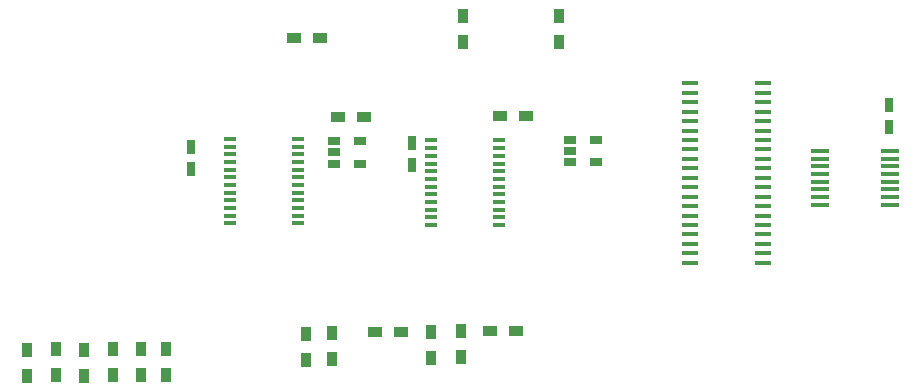
<source format=gtp>
G04 #@! TF.FileFunction,Paste,Top*
%FSLAX46Y46*%
G04 Gerber Fmt 4.6, Leading zero omitted, Abs format (unit mm)*
G04 Created by KiCad (PCBNEW 4.0.7) date 06/06/18 19:33:03*
%MOMM*%
%LPD*%
G01*
G04 APERTURE LIST*
%ADD10C,0.100000*%
%ADD11R,1.448000X0.457000*%
%ADD12R,1.500000X0.450000*%
%ADD13R,0.750000X1.200000*%
%ADD14R,1.200000X0.900000*%
%ADD15R,1.100000X0.400000*%
%ADD16R,1.060000X0.650000*%
%ADD17R,0.900000X1.200000*%
G04 APERTURE END LIST*
D10*
D11*
X89217980Y-80949420D03*
X89217980Y-80149420D03*
X89217980Y-79349420D03*
X89217980Y-78549420D03*
X89217980Y-77749420D03*
X89217980Y-76949420D03*
X89218780Y-76149420D03*
X89217980Y-75349420D03*
X89217980Y-74549420D03*
X89217980Y-73749420D03*
X89217980Y-72949420D03*
X89217980Y-72149420D03*
X89217980Y-71349420D03*
X89217980Y-70549420D03*
X89217980Y-69749420D03*
X89217980Y-68949420D03*
X89217980Y-68149420D03*
X89217980Y-67349420D03*
X89217980Y-66549420D03*
X89217980Y-65749420D03*
X83045980Y-80949420D03*
X83045980Y-80149420D03*
X83045980Y-79349420D03*
X83045980Y-78549420D03*
X83045980Y-77749420D03*
X83045980Y-76949420D03*
X83045980Y-76149420D03*
X83045980Y-75349420D03*
X83045980Y-74549420D03*
X83045980Y-73749420D03*
X83045980Y-72949420D03*
X83045980Y-72149420D03*
X83045980Y-71349420D03*
X83045980Y-70549420D03*
X83045980Y-69749420D03*
X83045980Y-68949420D03*
X83045980Y-68149420D03*
X83045980Y-67349420D03*
X83045980Y-66549420D03*
X83045980Y-65749420D03*
D12*
X94044980Y-71468820D03*
X94044980Y-72118820D03*
X94044980Y-72768820D03*
X94044980Y-73418820D03*
X94044980Y-74068820D03*
X94044980Y-74718820D03*
X94044980Y-75368820D03*
X94044980Y-76018820D03*
X99944980Y-76018820D03*
X99944980Y-75368820D03*
X99944980Y-74718820D03*
X99944980Y-74068820D03*
X99944980Y-73418820D03*
X99944980Y-72768820D03*
X99944980Y-72118820D03*
X99944980Y-71468820D03*
D13*
X40779700Y-73002180D03*
X40779700Y-71102180D03*
X59504580Y-72702460D03*
X59504580Y-70802460D03*
X99882960Y-67579200D03*
X99882960Y-69479200D03*
D14*
X53230600Y-68640960D03*
X55430600Y-68640960D03*
X69189960Y-68549520D03*
X66989960Y-68549520D03*
D15*
X61147840Y-70593000D03*
X61147840Y-71243000D03*
X61147840Y-71893000D03*
X61147840Y-72543000D03*
X61147840Y-73193000D03*
X61147840Y-73843000D03*
X61147840Y-74493000D03*
X61147840Y-75143000D03*
X61147840Y-75793000D03*
X61147840Y-76443000D03*
X61147840Y-77093000D03*
X61147840Y-77743000D03*
X66847840Y-77743000D03*
X66847840Y-77093000D03*
X66847840Y-76443000D03*
X66847840Y-75793000D03*
X66847840Y-75143000D03*
X66847840Y-74493000D03*
X66847840Y-73843000D03*
X66847840Y-73193000D03*
X66847840Y-72543000D03*
X66847840Y-71893000D03*
X66847840Y-71243000D03*
X66847840Y-70593000D03*
D16*
X52925800Y-70655140D03*
X52925800Y-71605140D03*
X52925800Y-72555140D03*
X55125800Y-72555140D03*
X55125800Y-70655140D03*
X72930840Y-70520520D03*
X72930840Y-71470520D03*
X72930840Y-72420520D03*
X75130840Y-72420520D03*
X75130840Y-70520520D03*
D14*
X51712040Y-61887100D03*
X49512040Y-61887100D03*
D17*
X71975980Y-60050500D03*
X71975980Y-62250500D03*
X63804800Y-62250500D03*
X63804800Y-60050500D03*
X61145420Y-88994160D03*
X61145420Y-86794160D03*
X63690500Y-88958600D03*
X63690500Y-86758600D03*
D14*
X58613220Y-86804500D03*
X56413220Y-86804500D03*
X66118560Y-86746080D03*
X68318560Y-86746080D03*
D17*
X52712620Y-86921160D03*
X52712620Y-89121160D03*
X50579020Y-86938940D03*
X50579020Y-89138940D03*
X38676580Y-88226720D03*
X38676580Y-90426720D03*
X36555680Y-88244500D03*
X36555680Y-90444500D03*
X34239200Y-88267360D03*
X34239200Y-90467360D03*
X31714440Y-88295300D03*
X31714440Y-90495300D03*
X29385260Y-88287680D03*
X29385260Y-90487680D03*
X26936700Y-88292760D03*
X26936700Y-90492760D03*
D15*
X44124880Y-70464920D03*
X44124880Y-71114920D03*
X44124880Y-71764920D03*
X44124880Y-72414920D03*
X44124880Y-73064920D03*
X44124880Y-73714920D03*
X44124880Y-74364920D03*
X44124880Y-75014920D03*
X44124880Y-75664920D03*
X44124880Y-76314920D03*
X44124880Y-76964920D03*
X44124880Y-77614920D03*
X49824880Y-77614920D03*
X49824880Y-76964920D03*
X49824880Y-76314920D03*
X49824880Y-75664920D03*
X49824880Y-75014920D03*
X49824880Y-74364920D03*
X49824880Y-73714920D03*
X49824880Y-73064920D03*
X49824880Y-72414920D03*
X49824880Y-71764920D03*
X49824880Y-71114920D03*
X49824880Y-70464920D03*
M02*

</source>
